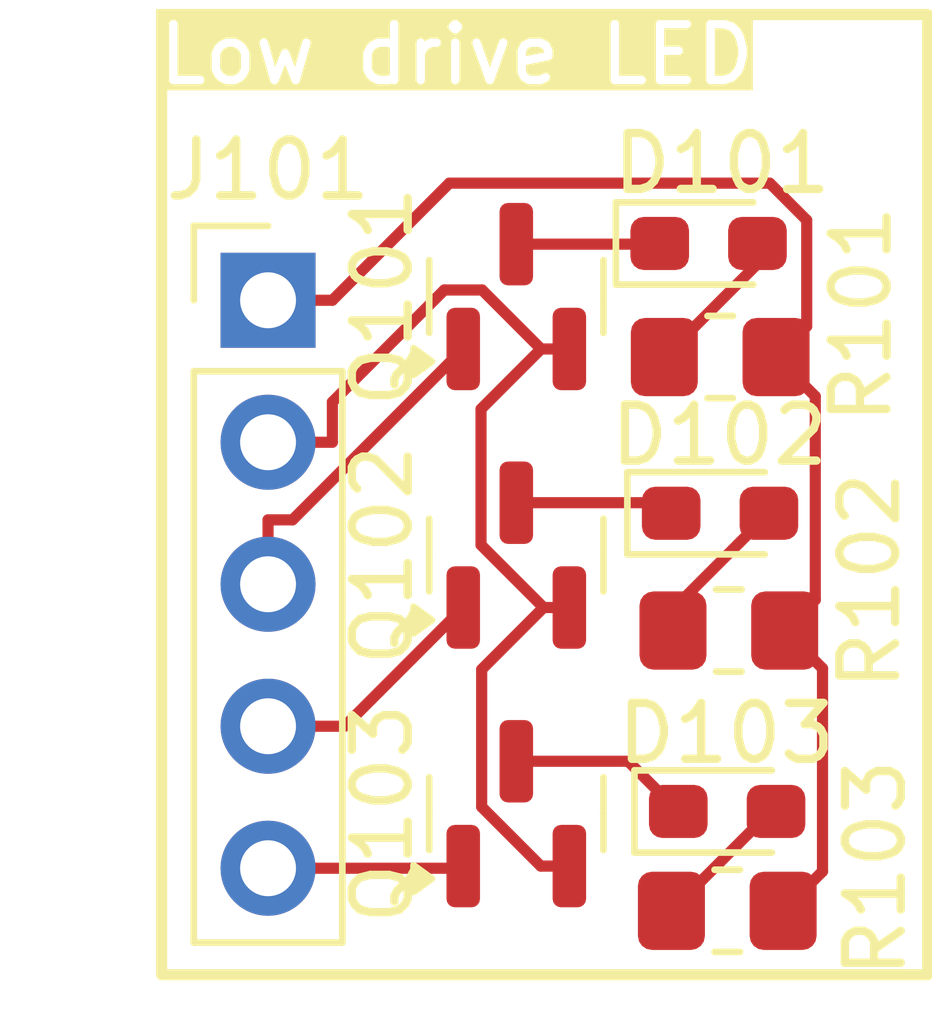
<source format=kicad_pcb>
(kicad_pcb (version 20240108) (generator "pcbnew") (generator_version "8.0")
  (layers (0 "F.Cu" signal) (31 "B.Cu" signal) (34 "B.Paste" user) (35 "F.Paste" user) (36 "B.SilkS" user "B.Silkscreen") (37 "F.SilkS" user "F.Silkscreen") (38 "B.Mask" user) (39 "F.Mask" user) (44 "Edge.Cuts" user))
  (net 0 "")
  (net 1 "/GND")
  (net 2 "Net-(D101-A)")
  (net 3 "Net-(D102-A)")
  (net 4 "Net-(D103-A)")
  (net 5 "Net-(D101-K)")
  (net 6 "Net-(D102-K)")
  (net 7 "/LED3")
  (net 8 "/+3v3")
  (net 9 "/LED2")
  (net 10 "/LED1")
  (net 11 "Net-(D103-K)")
  (footprint "LED_SMD:LED_0603_1608Metric_Pad1.05x0.95mm_HandSolder" (layer "F.Cu") (at 142.3325 70.231)
    (property "Reference" "D103" (at -0.014001 -1.397 0) (layer "F.SilkS"))
    (property "Value" "LED_RED")
    (fp_line (start -1.66 -0.735) (end -1.66 0.735) (stroke (width 0.12)) (layer "F.SilkS"))
    (fp_line (start -1.66 0.735) (end 0.8 0.735) (stroke (width 0.12)) (layer "F.SilkS"))
    (fp_line (start 0.8 -0.735) (end -1.66 -0.735) (stroke (width 0.12)) (layer "F.SilkS"))
    (pad "1" smd roundrect (at -0.874999 0) (size 1.05 0.95) (layers "F.Cu" "F.Paste" "F.Mask") (net 11 "Net-(D103-K)"))
    (pad "2" smd roundrect (at 0.874999 0) (size 1.05 0.95) (layers "F.Cu" "F.Paste" "F.Mask") (net 4 "Net-(D103-A)"))
  )
  (footprint "xDuinoRail:8x50_SOT-23" (layer "F.Cu") (at 138.557 65.646 90)
    (property "Reference" "Q102" (at 0 -2.4 90) (layer "F.SilkS"))
    (property "Value" "S8050")
    (fp_line (start 0 -1.560001) (end 0.65 -1.56) (stroke (width 0.12)) (layer "F.SilkS"))
    (fp_line (start 0 -1.560001) (end -0.65 -1.56) (stroke (width 0.12)) (layer "F.SilkS"))
    (fp_line (start 0 1.560001) (end 0.65 1.56) (stroke (width 0.12)) (layer "F.SilkS"))
    (fp_line (start 0 1.560001) (end -0.65 1.56) (stroke (width 0.12)) (layer "F.SilkS"))
    (fp_poly (pts (xy -1.1625 -1.51) (xy -1.4025 -1.84) (xy -0.9225 -1.839999) (xy -1.1625 -1.51)) (stroke (width 0.12)) (fill solid) (layer "F.SilkS"))
    (pad "1" smd roundrect (at -0.9375 0.95 90) (size 1.475 0.6) (layers "F.Cu" "F.Paste" "F.Mask") (net 1 "/GND"))
    (pad "2" smd roundrect (at -0.9375 -0.95 90) (size 1.475 0.6) (layers "F.Cu" "F.Paste" "F.Mask") (net 9 "/LED2"))
    (pad "3" smd roundrect (at 0.937501 0 90) (size 1.475 0.6) (layers "F.Cu" "F.Paste" "F.Mask") (net 6 "Net-(D102-K)"))
  )
  (footprint "Resistor_SMD:R_0805_2012Metric_Pad1.20x1.40mm_HandSolder" (layer "F.Cu") (at 142.3345 72.009 180)
    (property "Reference" "R103" (at -2.651 0.762 90) (layer "F.SilkS"))
    (property "Value" "1k")
    (fp_line (start -0.227064 0.735) (end 0.227064 0.735) (stroke (width 0.12)) (layer "F.SilkS"))
    (fp_line (start -0.227064 -0.735) (end 0.227064 -0.735) (stroke (width 0.12)) (layer "F.SilkS"))
    (pad "1" smd roundrect (at -1 0 180) (size 1.2 1.4) (layers "F.Cu" "F.Paste" "F.Mask") (roundrect_rratio 0.208333) (net 8 "/+3v3"))
    (pad "2" smd roundrect (at 1 0 180) (size 1.2 1.4) (layers "F.Cu" "F.Paste" "F.Mask") (roundrect_rratio 0.208333) (net 4 "Net-(D103-A)"))
  )
  (footprint "Connector_PinHeader_2.54mm:PinHeader_1x05_P2.54mm_Vertical" (layer "F.Cu") (at 134.112 61.087)
    (property "Reference" "J101" (at 0 -2.33 0) (layer "F.SilkS"))
    (property "Value" "Conn_01x05")
    (fp_line (start -1.33 -1.33) (end 0 -1.33) (stroke (width 0.12)) (layer "F.SilkS"))
    (fp_line (start -1.33 0) (end -1.33 -1.33) (stroke (width 0.12)) (layer "F.SilkS"))
    (fp_line (start -1.33 1.27) (end -1.33 11.49) (stroke (width 0.12)) (layer "F.SilkS"))
    (fp_line (start -1.33 1.27) (end 1.33 1.27) (stroke (width 0.12)) (layer "F.SilkS"))
    (fp_line (start -1.33 11.49) (end 1.33 11.49) (stroke (width 0.12)) (layer "F.SilkS"))
    (fp_line (start 1.33 1.27) (end 1.33 11.49) (stroke (width 0.12)) (layer "F.SilkS"))
    (pad "1" thru_hole rect (at 0 0) (size 1.7 1.7) (drill 1) (layers "*.Cu" "*.Mask") (net 8 "/+3v3"))
    (pad "2" thru_hole oval (at 0 2.54) (size 1.7 1.7) (drill 1) (layers "*.Cu" "*.Mask") (net 1 "/GND"))
    (pad "3" thru_hole oval (at 0 5.08) (size 1.7 1.7) (drill 1) (layers "*.Cu" "*.Mask") (net 10 "/LED1"))
    (pad "4" thru_hole oval (at 0 7.62) (size 1.7 1.7) (drill 1) (layers "*.Cu" "*.Mask") (net 9 "/LED2"))
    (pad "5" thru_hole oval (at 0 10.16) (size 1.7 1.7) (drill 1) (layers "*.Cu" "*.Mask") (net 7 "/LED3"))
  )
  (footprint "LED_SMD:LED_0603_1608Metric_Pad1.05x0.95mm_HandSolder" (layer "F.Cu") (at 142.2055 64.897)
    (property "Reference" "D102" (at -0.014001 -1.397 0) (layer "F.SilkS"))
    (property "Value" "LED_RED")
    (fp_line (start -1.66 -0.735) (end -1.66 0.735) (stroke (width 0.12)) (layer "F.SilkS"))
    (fp_line (start -1.66 0.735) (end 0.8 0.735) (stroke (width 0.12)) (layer "F.SilkS"))
    (fp_line (start 0.8 -0.735) (end -1.66 -0.735) (stroke (width 0.12)) (layer "F.SilkS"))
    (pad "1" smd roundrect (at -0.874999 0) (size 1.05 0.95) (layers "F.Cu" "F.Paste" "F.Mask") (net 6 "Net-(D102-K)"))
    (pad "2" smd roundrect (at 0.874999 0) (size 1.05 0.95) (layers "F.Cu" "F.Paste" "F.Mask") (net 3 "Net-(D102-A)"))
  )
  (footprint "Resistor_SMD:R_0805_2012Metric_Pad1.20x1.40mm_HandSolder" (layer "F.Cu") (at 142.3625 66.995 180)
    (property "Reference" "R102" (at -2.524 0.889 90) (layer "F.SilkS"))
    (property "Value" "1k")
    (fp_line (start -0.227064 0.735) (end 0.227064 0.735) (stroke (width 0.12)) (layer "F.SilkS"))
    (fp_line (start -0.227064 -0.735) (end 0.227064 -0.735) (stroke (width 0.12)) (layer "F.SilkS"))
    (pad "1" smd roundrect (at -1 0 180) (size 1.2 1.4) (layers "F.Cu" "F.Paste" "F.Mask") (roundrect_rratio 0.208333) (net 8 "/+3v3"))
    (pad "2" smd roundrect (at 1 0 180) (size 1.2 1.4) (layers "F.Cu" "F.Paste" "F.Mask") (roundrect_rratio 0.208333) (net 3 "Net-(D102-A)"))
  )
  (footprint "Resistor_SMD:R_0805_2012Metric_Pad1.20x1.40mm_HandSolder" (layer "F.Cu") (at 142.2075 62.103 180)
    (property "Reference" "R101" (at -2.524 0.762 90) (layer "F.SilkS"))
    (property "Value" "1k")
    (fp_line (start -0.227064 0.735) (end 0.227064 0.735) (stroke (width 0.12)) (layer "F.SilkS"))
    (fp_line (start -0.227064 -0.735) (end 0.227064 -0.735) (stroke (width 0.12)) (layer "F.SilkS"))
    (pad "1" smd roundrect (at -1 0 180) (size 1.2 1.4) (layers "F.Cu" "F.Paste" "F.Mask") (roundrect_rratio 0.208333) (net 8 "/+3v3"))
    (pad "2" smd roundrect (at 1 0 180) (size 1.2 1.4) (layers "F.Cu" "F.Paste" "F.Mask") (roundrect_rratio 0.208333) (net 2 "Net-(D101-A)"))
  )
  (footprint "xDuinoRail:8x50_SOT-23" (layer "F.Cu") (at 138.557 70.271 90)
    (property "Reference" "Q103" (at 0 -2.4 90) (layer "F.SilkS"))
    (property "Value" "S8050")
    (fp_line (start 0 -1.560001) (end 0.65 -1.56) (stroke (width 0.12)) (layer "F.SilkS"))
    (fp_line (start 0 -1.560001) (end -0.65 -1.56) (stroke (width 0.12)) (layer "F.SilkS"))
    (fp_line (start 0 1.560001) (end 0.65 1.56) (stroke (width 0.12)) (layer "F.SilkS"))
    (fp_line (start 0 1.560001) (end -0.65 1.56) (stroke (width 0.12)) (layer "F.SilkS"))
    (fp_poly (pts (xy -1.1625 -1.51) (xy -1.4025 -1.84) (xy -0.9225 -1.839999) (xy -1.1625 -1.51)) (stroke (width 0.12)) (fill solid) (layer "F.SilkS"))
    (pad "1" smd roundrect (at -0.9375 0.95 90) (size 1.475 0.6) (layers "F.Cu" "F.Paste" "F.Mask") (net 1 "/GND"))
    (pad "2" smd roundrect (at -0.9375 -0.95 90) (size 1.475 0.6) (layers "F.Cu" "F.Paste" "F.Mask") (net 7 "/LED3"))
    (pad "3" smd roundrect (at 0.937501 0 90) (size 1.475 0.6) (layers "F.Cu" "F.Paste" "F.Mask") (net 11 "Net-(D103-K)"))
  )
  (footprint "xDuinoRail:8x50_SOT-23" (layer "F.Cu") (at 138.557 61.021 90)
    (property "Reference" "Q101" (at 0 -2.4 90) (layer "F.SilkS"))
    (property "Value" "S8050")
    (fp_line (start 0 -1.560001) (end 0.65 -1.56) (stroke (width 0.12)) (layer "F.SilkS"))
    (fp_line (start 0 -1.560001) (end -0.65 -1.56) (stroke (width 0.12)) (layer "F.SilkS"))
    (fp_line (start 0 1.560001) (end 0.65 1.56) (stroke (width 0.12)) (layer "F.SilkS"))
    (fp_line (start 0 1.560001) (end -0.65 1.56) (stroke (width 0.12)) (layer "F.SilkS"))
    (fp_poly (pts (xy -1.1625 -1.51) (xy -1.4025 -1.84) (xy -0.9225 -1.839999) (xy -1.1625 -1.51)) (stroke (width 0.12)) (fill solid) (layer "F.SilkS"))
    (pad "1" smd roundrect (at -0.9375 0.95 90) (size 1.475 0.6) (layers "F.Cu" "F.Paste" "F.Mask") (net 1 "/GND"))
    (pad "2" smd roundrect (at -0.9375 -0.95 90) (size 1.475 0.6) (layers "F.Cu" "F.Paste" "F.Mask") (net 10 "/LED1"))
    (pad "3" smd roundrect (at 0.937501 0 90) (size 1.475 0.6) (layers "F.Cu" "F.Paste" "F.Mask") (net 5 "Net-(D101-K)"))
  )
  (footprint "LED_SMD:LED_0603_1608Metric_Pad1.05x0.95mm_HandSolder" (layer "F.Cu") (at 142 60.071)
    (property "Reference" "D101" (at 0.239999 -1.43 0) (layer "F.SilkS"))
    (property "Value" "LED_RED")
    (fp_line (start -1.66 -0.735) (end -1.66 0.735) (stroke (width 0.12)) (layer "F.SilkS"))
    (fp_line (start -1.66 0.735) (end 0.8 0.735) (stroke (width 0.12)) (layer "F.SilkS"))
    (fp_line (start 0.8 -0.735) (end -1.66 -0.735) (stroke (width 0.12)) (layer "F.SilkS"))
    (pad "1" smd roundrect (at -0.874999 0) (size 1.05 0.95) (layers "F.Cu" "F.Paste" "F.Mask") (net 5 "Net-(D101-K)"))
    (pad "2" smd roundrect (at 0.874999 0) (size 1.05 0.95) (layers "F.Cu" "F.Paste" "F.Mask") (net 2 "Net-(D101-A)"))
  )
  (gr_rect (start 132.207 55.9765) (end 145.923 73.152) (stroke (width 0.2)) (fill none) (layer "F.SilkS"))
  (gr_text "Low drive LED" (at 132.08 57.277 0) (layer "F.SilkS" knockout) (effects (font (size 1 1)) (justify left bottom)))
  (segment (start 137.9252 65.4642) (end 139.0445 66.5835) (width 0.2) (layer "F.Cu") (net 1))
  (segment (start 139.507 71.2085) (end 138.9946 71.2085) (width 0.2) (layer "F.Cu") (net 1))
  (segment (start 137.937 70.1509) (end 137.937 67.691) (width 0.2) (layer "F.Cu") (net 1))
  (segment (start 135.2637 62.9072) (end 137.2677 60.9032) (width 0.2) (layer "F.Cu") (net 1))
  (segment (start 135.2637 63.627) (end 135.2637 62.9072) (width 0.2) (layer "F.Cu") (net 1))
  (segment (start 139.507 61.9585) (end 139.0001 61.9585) (width 0.2) (layer "F.Cu") (net 1))
  (segment (start 137.2677 60.9032) (end 137.9448 60.9032) (width 0.2) (layer "F.Cu") (net 1))
  (segment (start 137.9448 60.9032) (end 139.0001 61.9585) (width 0.2) (layer "F.Cu") (net 1))
  (segment (start 134.112 63.627) (end 135.2637 63.627) (width 0.2) (layer "F.Cu") (net 1))
  (segment (start 137.9252 63.0334) (end 137.9252 65.4642) (width 0.2) (layer "F.Cu") (net 1))
  (segment (start 137.937 67.691) (end 139.0445 66.5835) (width 0.2) (layer "F.Cu") (net 1))
  (segment (start 138.9946 71.2085) (end 137.937 70.1509) (width 0.2) (layer "F.Cu") (net 1))
  (segment (start 139.0001 61.9585) (end 137.9252 63.0334) (width 0.2) (layer "F.Cu") (net 1))
  (segment (start 139.0445 66.5835) (end 139.507 66.5835) (width 0.2) (layer "F.Cu") (net 1))
  (segment (start 141.2075 62.103) (end 142.875 60.4355) (width 0.2) (layer "F.Cu") (net 2))
  (segment (start 142.875 60.4355) (end 142.875 60.071) (width 0.2) (layer "F.Cu") (net 2))
  (segment (start 141.3625 66.995) (end 141.3625 66.615) (width 0.2) (layer "F.Cu") (net 3))
  (segment (start 141.3625 66.615) (end 143.0805 64.897) (width 0.2) (layer "F.Cu") (net 3))
  (segment (start 141.3345 72.009) (end 143.1125 70.231) (width 0.2) (layer "F.Cu") (net 4))
  (segment (start 143.1125 70.231) (end 143.2075 70.231) (width 0.2) (layer "F.Cu") (net 4))
  (segment (start 138.557 60.0835) (end 141.1125 60.0835) (width 0.2) (layer "F.Cu") (net 5))
  (segment (start 141.1125 60.0835) (end 141.125 60.071) (width 0.2) (layer "F.Cu") (net 5))
  (segment (start 141.142 64.7085) (end 141.3305 64.897) (width 0.2) (layer "F.Cu") (net 6))
  (segment (start 138.557 64.7085) (end 141.142 64.7085) (width 0.2) (layer "F.Cu") (net 6))
  (segment (start 137.5685 71.247) (end 137.607 71.2085) (width 0.2) (layer "F.Cu") (net 7))
  (segment (start 134.112 71.247) (end 137.5685 71.247) (width 0.2) (layer "F.Cu") (net 7))
  (segment (start 143.757 61.5535) (end 143.2075 62.103) (width 0.2) (layer "F.Cu") (net 8))
  (segment (start 143.757 59.6544) (end 143.757 61.5535) (width 0.2) (layer "F.Cu") (net 8))
  (segment (start 144.0397 67.6722) (end 144.0397 71.3038) (width 0.2) (layer "F.Cu") (net 8))
  (segment (start 134.112 61.087) (end 135.2637 61.087) (width 0.2) (layer "F.Cu") (net 8))
  (segment (start 135.2637 61.087) (end 137.3586 58.9921) (width 0.2) (layer "F.Cu") (net 8))
  (segment (start 137.3586 58.9921) (end 143.0947 58.9921) (width 0.2) (layer "F.Cu") (net 8))
  (segment (start 143.9103 62.8058) (end 143.9103 66.4472) (width 0.2) (layer "F.Cu") (net 8))
  (segment (start 144.0397 71.3038) (end 143.3345 72.009) (width 0.2) (layer "F.Cu") (net 8))
  (segment (start 143.0947 58.9921) (end 143.757 59.6544) (width 0.2) (layer "F.Cu") (net 8))
  (segment (start 143.2075 62.103) (end 143.9103 62.8058) (width 0.2) (layer "F.Cu") (net 8))
  (segment (start 143.3625 66.995) (end 144.0397 67.6722) (width 0.2) (layer "F.Cu") (net 8))
  (segment (start 143.9103 66.4472) (end 143.3625 66.995) (width 0.2) (layer "F.Cu") (net 8))
  (segment (start 135.4835 68.707) (end 137.607 66.5835) (width 0.2) (layer "F.Cu") (net 9))
  (segment (start 134.112 68.707) (end 135.4835 68.707) (width 0.2) (layer "F.Cu") (net 9))
  (segment (start 134.112 66.167) (end 134.112 65.0153) (width 0.2) (layer "F.Cu") (net 10))
  (segment (start 134.112 65.0153) (end 134.5502 65.0153) (width 0.2) (layer "F.Cu") (net 10))
  (segment (start 134.5502 65.0153) (end 137.607 61.9585) (width 0.2) (layer "F.Cu") (net 10))
  (segment (start 138.557 69.3335) (end 140.56 69.3335) (width 0.2) (layer "F.Cu") (net 11))
  (segment (start 140.56 69.3335) (end 141.4575 70.231) (width 0.2) (layer "F.Cu") (net 11))
)
</source>
